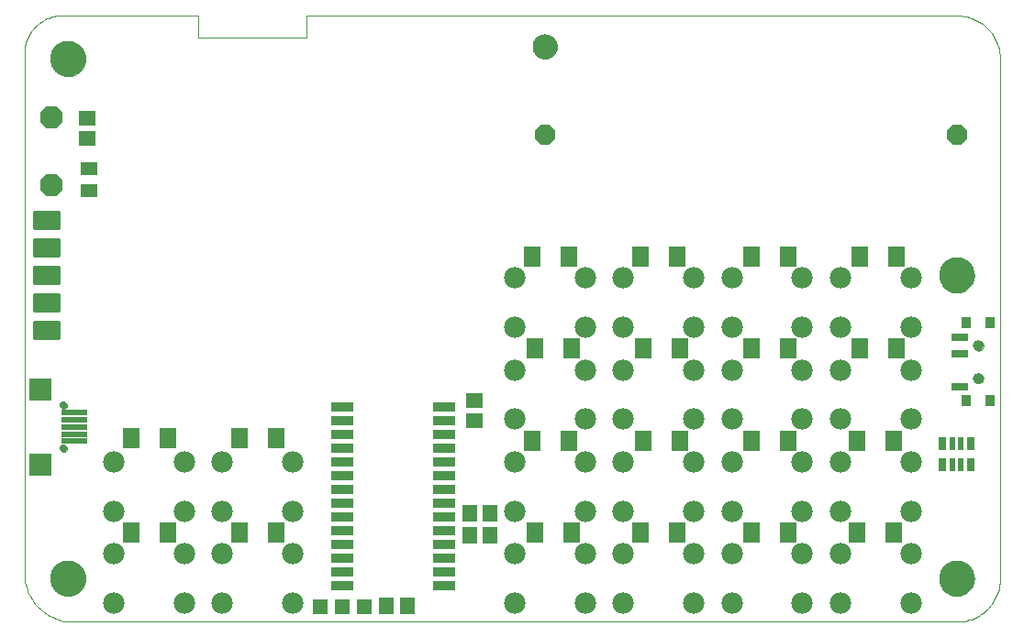
<source format=gts>
G75*
G70*
%OFA0B0*%
%FSLAX24Y24*%
%IPPOS*%
%LPD*%
%AMOC8*
5,1,8,0,0,1.08239X$1,22.5*
%
%ADD10C,0.0000*%
%ADD11C,0.1300*%
%ADD12C,0.0780*%
%ADD13OC8,0.0749*%
%ADD14C,0.0906*%
%ADD15R,0.0631X0.0316*%
%ADD16R,0.0355X0.0434*%
%ADD17C,0.0394*%
%ADD18R,0.0965X0.0197*%
%ADD19R,0.0788X0.0788*%
%ADD20C,0.0276*%
%ADD21R,0.0591X0.0473*%
%ADD22R,0.0827X0.0340*%
%ADD23R,0.0552X0.0631*%
%ADD24R,0.0631X0.0552*%
%ADD25C,0.0177*%
%ADD26R,0.0591X0.0749*%
%ADD27R,0.0213X0.0493*%
%ADD28R,0.0288X0.0493*%
%ADD29OC8,0.0808*%
%ADD30R,0.0571X0.0571*%
D10*
X002159Y000141D02*
X034443Y000141D01*
X034520Y000143D01*
X034597Y000149D01*
X034674Y000158D01*
X034750Y000171D01*
X034826Y000188D01*
X034900Y000209D01*
X034974Y000233D01*
X035046Y000261D01*
X035116Y000292D01*
X035185Y000327D01*
X035253Y000365D01*
X035318Y000406D01*
X035381Y000451D01*
X035442Y000499D01*
X035501Y000549D01*
X035557Y000602D01*
X035610Y000658D01*
X035660Y000717D01*
X035708Y000778D01*
X035753Y000841D01*
X035794Y000906D01*
X035832Y000974D01*
X035867Y001043D01*
X035898Y001113D01*
X035926Y001185D01*
X035950Y001259D01*
X035971Y001333D01*
X035988Y001409D01*
X036001Y001485D01*
X036010Y001562D01*
X036016Y001639D01*
X036018Y001716D01*
X036018Y020614D01*
X036016Y020691D01*
X036010Y020768D01*
X036001Y020845D01*
X035988Y020921D01*
X035971Y020997D01*
X035950Y021071D01*
X035926Y021145D01*
X035898Y021217D01*
X035867Y021287D01*
X035832Y021356D01*
X035794Y021424D01*
X035753Y021489D01*
X035708Y021552D01*
X035660Y021613D01*
X035610Y021672D01*
X035557Y021728D01*
X035501Y021781D01*
X035442Y021831D01*
X035381Y021879D01*
X035318Y021924D01*
X035253Y021965D01*
X035185Y022003D01*
X035116Y022038D01*
X035046Y022069D01*
X034974Y022097D01*
X034900Y022121D01*
X034826Y022142D01*
X034750Y022159D01*
X034674Y022172D01*
X034597Y022181D01*
X034520Y022187D01*
X034443Y022189D01*
X034443Y022188D02*
X010821Y022188D01*
X010821Y021401D01*
X006884Y021401D01*
X006884Y022188D01*
X002159Y022188D01*
X000585Y021007D02*
X000585Y002110D01*
X001529Y001716D02*
X001531Y001766D01*
X001537Y001816D01*
X001547Y001865D01*
X001561Y001913D01*
X001578Y001960D01*
X001599Y002005D01*
X001624Y002049D01*
X001652Y002090D01*
X001684Y002129D01*
X001718Y002166D01*
X001755Y002200D01*
X001795Y002230D01*
X001837Y002257D01*
X001881Y002281D01*
X001927Y002302D01*
X001974Y002318D01*
X002022Y002331D01*
X002072Y002340D01*
X002121Y002345D01*
X002172Y002346D01*
X002222Y002343D01*
X002271Y002336D01*
X002320Y002325D01*
X002368Y002310D01*
X002414Y002292D01*
X002459Y002270D01*
X002502Y002244D01*
X002543Y002215D01*
X002582Y002183D01*
X002618Y002148D01*
X002650Y002110D01*
X002680Y002070D01*
X002707Y002027D01*
X002730Y001983D01*
X002749Y001937D01*
X002765Y001889D01*
X002777Y001840D01*
X002785Y001791D01*
X002789Y001741D01*
X002789Y001691D01*
X002785Y001641D01*
X002777Y001592D01*
X002765Y001543D01*
X002749Y001495D01*
X002730Y001449D01*
X002707Y001405D01*
X002680Y001362D01*
X002650Y001322D01*
X002618Y001284D01*
X002582Y001249D01*
X002543Y001217D01*
X002502Y001188D01*
X002459Y001162D01*
X002414Y001140D01*
X002368Y001122D01*
X002320Y001107D01*
X002271Y001096D01*
X002222Y001089D01*
X002172Y001086D01*
X002121Y001087D01*
X002072Y001092D01*
X002022Y001101D01*
X001974Y001114D01*
X001927Y001130D01*
X001881Y001151D01*
X001837Y001175D01*
X001795Y001202D01*
X001755Y001232D01*
X001718Y001266D01*
X001684Y001303D01*
X001652Y001342D01*
X001624Y001383D01*
X001599Y001427D01*
X001578Y001472D01*
X001561Y001519D01*
X001547Y001567D01*
X001537Y001616D01*
X001531Y001666D01*
X001529Y001716D01*
X000584Y002110D02*
X000576Y002023D01*
X000573Y001935D01*
X000574Y001848D01*
X000580Y001760D01*
X000589Y001673D01*
X000603Y001587D01*
X000621Y001501D01*
X000643Y001417D01*
X000670Y001333D01*
X000700Y001251D01*
X000735Y001171D01*
X000773Y001092D01*
X000815Y001016D01*
X000861Y000941D01*
X000911Y000869D01*
X000964Y000799D01*
X001020Y000732D01*
X001080Y000668D01*
X001142Y000607D01*
X001208Y000549D01*
X001276Y000494D01*
X001347Y000443D01*
X001420Y000395D01*
X001496Y000351D01*
X001574Y000311D01*
X001653Y000274D01*
X001734Y000242D01*
X001817Y000213D01*
X001901Y000189D01*
X001986Y000169D01*
X002072Y000153D01*
X002159Y000141D01*
X001884Y006440D02*
X001886Y006461D01*
X001892Y006481D01*
X001901Y006501D01*
X001913Y006518D01*
X001928Y006532D01*
X001946Y006544D01*
X001966Y006552D01*
X001986Y006557D01*
X002007Y006558D01*
X002028Y006555D01*
X002048Y006549D01*
X002067Y006538D01*
X002084Y006525D01*
X002097Y006509D01*
X002108Y006491D01*
X002116Y006471D01*
X002120Y006451D01*
X002120Y006429D01*
X002116Y006409D01*
X002108Y006389D01*
X002097Y006371D01*
X002084Y006355D01*
X002067Y006342D01*
X002048Y006331D01*
X002028Y006325D01*
X002007Y006322D01*
X001986Y006323D01*
X001966Y006328D01*
X001946Y006336D01*
X001928Y006348D01*
X001913Y006362D01*
X001901Y006379D01*
X001892Y006399D01*
X001886Y006419D01*
X001884Y006440D01*
X001884Y008015D02*
X001886Y008036D01*
X001892Y008056D01*
X001901Y008076D01*
X001913Y008093D01*
X001928Y008107D01*
X001946Y008119D01*
X001966Y008127D01*
X001986Y008132D01*
X002007Y008133D01*
X002028Y008130D01*
X002048Y008124D01*
X002067Y008113D01*
X002084Y008100D01*
X002097Y008084D01*
X002108Y008066D01*
X002116Y008046D01*
X002120Y008026D01*
X002120Y008004D01*
X002116Y007984D01*
X002108Y007964D01*
X002097Y007946D01*
X002084Y007930D01*
X002067Y007917D01*
X002048Y007906D01*
X002028Y007900D01*
X002007Y007897D01*
X001986Y007898D01*
X001966Y007903D01*
X001946Y007911D01*
X001928Y007923D01*
X001913Y007937D01*
X001901Y007954D01*
X001892Y007974D01*
X001886Y007994D01*
X001884Y008015D01*
X001529Y020614D02*
X001531Y020664D01*
X001537Y020714D01*
X001547Y020763D01*
X001561Y020811D01*
X001578Y020858D01*
X001599Y020903D01*
X001624Y020947D01*
X001652Y020988D01*
X001684Y021027D01*
X001718Y021064D01*
X001755Y021098D01*
X001795Y021128D01*
X001837Y021155D01*
X001881Y021179D01*
X001927Y021200D01*
X001974Y021216D01*
X002022Y021229D01*
X002072Y021238D01*
X002121Y021243D01*
X002172Y021244D01*
X002222Y021241D01*
X002271Y021234D01*
X002320Y021223D01*
X002368Y021208D01*
X002414Y021190D01*
X002459Y021168D01*
X002502Y021142D01*
X002543Y021113D01*
X002582Y021081D01*
X002618Y021046D01*
X002650Y021008D01*
X002680Y020968D01*
X002707Y020925D01*
X002730Y020881D01*
X002749Y020835D01*
X002765Y020787D01*
X002777Y020738D01*
X002785Y020689D01*
X002789Y020639D01*
X002789Y020589D01*
X002785Y020539D01*
X002777Y020490D01*
X002765Y020441D01*
X002749Y020393D01*
X002730Y020347D01*
X002707Y020303D01*
X002680Y020260D01*
X002650Y020220D01*
X002618Y020182D01*
X002582Y020147D01*
X002543Y020115D01*
X002502Y020086D01*
X002459Y020060D01*
X002414Y020038D01*
X002368Y020020D01*
X002320Y020005D01*
X002271Y019994D01*
X002222Y019987D01*
X002172Y019984D01*
X002121Y019985D01*
X002072Y019990D01*
X002022Y019999D01*
X001974Y020012D01*
X001927Y020028D01*
X001881Y020049D01*
X001837Y020073D01*
X001795Y020100D01*
X001755Y020130D01*
X001718Y020164D01*
X001684Y020201D01*
X001652Y020240D01*
X001624Y020281D01*
X001599Y020325D01*
X001578Y020370D01*
X001561Y020417D01*
X001547Y020465D01*
X001537Y020514D01*
X001531Y020564D01*
X001529Y020614D01*
X000585Y021007D02*
X000597Y021079D01*
X000613Y021150D01*
X000633Y021220D01*
X000656Y021289D01*
X000683Y021357D01*
X000713Y021423D01*
X000747Y021488D01*
X000784Y021550D01*
X000825Y021611D01*
X000868Y021669D01*
X000915Y021726D01*
X000964Y021779D01*
X001016Y021830D01*
X001071Y021878D01*
X001128Y021924D01*
X001187Y021966D01*
X001249Y022005D01*
X001312Y022041D01*
X001378Y022073D01*
X001444Y022102D01*
X001513Y022127D01*
X001582Y022149D01*
X001653Y022167D01*
X001724Y022181D01*
X001796Y022192D01*
X001869Y022199D01*
X001942Y022202D01*
X002015Y022201D01*
X002087Y022196D01*
X002160Y022188D01*
X019049Y021058D02*
X019051Y021099D01*
X019057Y021140D01*
X019067Y021180D01*
X019080Y021219D01*
X019097Y021256D01*
X019118Y021292D01*
X019142Y021326D01*
X019169Y021357D01*
X019198Y021385D01*
X019231Y021411D01*
X019265Y021433D01*
X019302Y021452D01*
X019340Y021467D01*
X019380Y021479D01*
X019420Y021487D01*
X019461Y021491D01*
X019503Y021491D01*
X019544Y021487D01*
X019584Y021479D01*
X019624Y021467D01*
X019662Y021452D01*
X019698Y021433D01*
X019733Y021411D01*
X019766Y021385D01*
X019795Y021357D01*
X019822Y021326D01*
X019846Y021292D01*
X019867Y021256D01*
X019884Y021219D01*
X019897Y021180D01*
X019907Y021140D01*
X019913Y021099D01*
X019915Y021058D01*
X019913Y021017D01*
X019907Y020976D01*
X019897Y020936D01*
X019884Y020897D01*
X019867Y020860D01*
X019846Y020824D01*
X019822Y020790D01*
X019795Y020759D01*
X019766Y020731D01*
X019733Y020705D01*
X019699Y020683D01*
X019662Y020664D01*
X019624Y020649D01*
X019584Y020637D01*
X019544Y020629D01*
X019503Y020625D01*
X019461Y020625D01*
X019420Y020629D01*
X019380Y020637D01*
X019340Y020649D01*
X019302Y020664D01*
X019266Y020683D01*
X019231Y020705D01*
X019198Y020731D01*
X019169Y020759D01*
X019142Y020790D01*
X019118Y020824D01*
X019097Y020860D01*
X019080Y020897D01*
X019067Y020936D01*
X019057Y020976D01*
X019051Y021017D01*
X019049Y021058D01*
X033813Y012740D02*
X033815Y012790D01*
X033821Y012840D01*
X033831Y012889D01*
X033845Y012937D01*
X033862Y012984D01*
X033883Y013029D01*
X033908Y013073D01*
X033936Y013114D01*
X033968Y013153D01*
X034002Y013190D01*
X034039Y013224D01*
X034079Y013254D01*
X034121Y013281D01*
X034165Y013305D01*
X034211Y013326D01*
X034258Y013342D01*
X034306Y013355D01*
X034356Y013364D01*
X034405Y013369D01*
X034456Y013370D01*
X034506Y013367D01*
X034555Y013360D01*
X034604Y013349D01*
X034652Y013334D01*
X034698Y013316D01*
X034743Y013294D01*
X034786Y013268D01*
X034827Y013239D01*
X034866Y013207D01*
X034902Y013172D01*
X034934Y013134D01*
X034964Y013094D01*
X034991Y013051D01*
X035014Y013007D01*
X035033Y012961D01*
X035049Y012913D01*
X035061Y012864D01*
X035069Y012815D01*
X035073Y012765D01*
X035073Y012715D01*
X035069Y012665D01*
X035061Y012616D01*
X035049Y012567D01*
X035033Y012519D01*
X035014Y012473D01*
X034991Y012429D01*
X034964Y012386D01*
X034934Y012346D01*
X034902Y012308D01*
X034866Y012273D01*
X034827Y012241D01*
X034786Y012212D01*
X034743Y012186D01*
X034698Y012164D01*
X034652Y012146D01*
X034604Y012131D01*
X034555Y012120D01*
X034506Y012113D01*
X034456Y012110D01*
X034405Y012111D01*
X034356Y012116D01*
X034306Y012125D01*
X034258Y012138D01*
X034211Y012154D01*
X034165Y012175D01*
X034121Y012199D01*
X034079Y012226D01*
X034039Y012256D01*
X034002Y012290D01*
X033968Y012327D01*
X033936Y012366D01*
X033908Y012407D01*
X033883Y012451D01*
X033862Y012496D01*
X033845Y012543D01*
X033831Y012591D01*
X033821Y012640D01*
X033815Y012690D01*
X033813Y012740D01*
X035053Y010180D02*
X035055Y010206D01*
X035061Y010232D01*
X035071Y010257D01*
X035084Y010280D01*
X035100Y010300D01*
X035120Y010318D01*
X035142Y010333D01*
X035165Y010345D01*
X035191Y010353D01*
X035217Y010357D01*
X035243Y010357D01*
X035269Y010353D01*
X035295Y010345D01*
X035319Y010333D01*
X035340Y010318D01*
X035360Y010300D01*
X035376Y010280D01*
X035389Y010257D01*
X035399Y010232D01*
X035405Y010206D01*
X035407Y010180D01*
X035405Y010154D01*
X035399Y010128D01*
X035389Y010103D01*
X035376Y010080D01*
X035360Y010060D01*
X035340Y010042D01*
X035318Y010027D01*
X035295Y010015D01*
X035269Y010007D01*
X035243Y010003D01*
X035217Y010003D01*
X035191Y010007D01*
X035165Y010015D01*
X035141Y010027D01*
X035120Y010042D01*
X035100Y010060D01*
X035084Y010080D01*
X035071Y010103D01*
X035061Y010128D01*
X035055Y010154D01*
X035053Y010180D01*
X035053Y008999D02*
X035055Y009025D01*
X035061Y009051D01*
X035071Y009076D01*
X035084Y009099D01*
X035100Y009119D01*
X035120Y009137D01*
X035142Y009152D01*
X035165Y009164D01*
X035191Y009172D01*
X035217Y009176D01*
X035243Y009176D01*
X035269Y009172D01*
X035295Y009164D01*
X035319Y009152D01*
X035340Y009137D01*
X035360Y009119D01*
X035376Y009099D01*
X035389Y009076D01*
X035399Y009051D01*
X035405Y009025D01*
X035407Y008999D01*
X035405Y008973D01*
X035399Y008947D01*
X035389Y008922D01*
X035376Y008899D01*
X035360Y008879D01*
X035340Y008861D01*
X035318Y008846D01*
X035295Y008834D01*
X035269Y008826D01*
X035243Y008822D01*
X035217Y008822D01*
X035191Y008826D01*
X035165Y008834D01*
X035141Y008846D01*
X035120Y008861D01*
X035100Y008879D01*
X035084Y008899D01*
X035071Y008922D01*
X035061Y008947D01*
X035055Y008973D01*
X035053Y008999D01*
X033813Y001716D02*
X033815Y001766D01*
X033821Y001816D01*
X033831Y001865D01*
X033845Y001913D01*
X033862Y001960D01*
X033883Y002005D01*
X033908Y002049D01*
X033936Y002090D01*
X033968Y002129D01*
X034002Y002166D01*
X034039Y002200D01*
X034079Y002230D01*
X034121Y002257D01*
X034165Y002281D01*
X034211Y002302D01*
X034258Y002318D01*
X034306Y002331D01*
X034356Y002340D01*
X034405Y002345D01*
X034456Y002346D01*
X034506Y002343D01*
X034555Y002336D01*
X034604Y002325D01*
X034652Y002310D01*
X034698Y002292D01*
X034743Y002270D01*
X034786Y002244D01*
X034827Y002215D01*
X034866Y002183D01*
X034902Y002148D01*
X034934Y002110D01*
X034964Y002070D01*
X034991Y002027D01*
X035014Y001983D01*
X035033Y001937D01*
X035049Y001889D01*
X035061Y001840D01*
X035069Y001791D01*
X035073Y001741D01*
X035073Y001691D01*
X035069Y001641D01*
X035061Y001592D01*
X035049Y001543D01*
X035033Y001495D01*
X035014Y001449D01*
X034991Y001405D01*
X034964Y001362D01*
X034934Y001322D01*
X034902Y001284D01*
X034866Y001249D01*
X034827Y001217D01*
X034786Y001188D01*
X034743Y001162D01*
X034698Y001140D01*
X034652Y001122D01*
X034604Y001107D01*
X034555Y001096D01*
X034506Y001089D01*
X034456Y001086D01*
X034405Y001087D01*
X034356Y001092D01*
X034306Y001101D01*
X034258Y001114D01*
X034211Y001130D01*
X034165Y001151D01*
X034121Y001175D01*
X034079Y001202D01*
X034039Y001232D01*
X034002Y001266D01*
X033968Y001303D01*
X033936Y001342D01*
X033908Y001383D01*
X033883Y001427D01*
X033862Y001472D01*
X033845Y001519D01*
X033831Y001567D01*
X033821Y001616D01*
X033815Y001666D01*
X033813Y001716D01*
D11*
X034443Y001716D03*
X034443Y012740D03*
X002159Y020614D03*
X002159Y001716D03*
D12*
X003832Y002606D03*
X003832Y004172D03*
X006392Y004172D03*
X007769Y004172D03*
X007769Y002606D03*
X006392Y002606D03*
X006392Y000826D03*
X007769Y000826D03*
X010329Y000826D03*
X010329Y002606D03*
X010329Y004172D03*
X010329Y005952D03*
X007769Y005952D03*
X006392Y005952D03*
X003832Y005952D03*
X003832Y000826D03*
X018399Y000826D03*
X020959Y000826D03*
X022336Y000826D03*
X024896Y000826D03*
X026273Y000826D03*
X028833Y000826D03*
X030210Y000826D03*
X032770Y000826D03*
X032770Y002606D03*
X032770Y004172D03*
X030210Y004172D03*
X028833Y004172D03*
X028833Y002606D03*
X030210Y002606D03*
X026273Y002606D03*
X024896Y002606D03*
X024896Y004172D03*
X026273Y004172D03*
X026273Y005952D03*
X024896Y005952D03*
X024896Y007519D03*
X026273Y007519D03*
X028833Y007519D03*
X030210Y007519D03*
X030210Y005952D03*
X028833Y005952D03*
X032770Y005952D03*
X032770Y007519D03*
X032770Y009299D03*
X032770Y010865D03*
X030210Y010865D03*
X028833Y010865D03*
X028833Y009299D03*
X030210Y009299D03*
X026273Y009299D03*
X024896Y009299D03*
X024896Y010865D03*
X026273Y010865D03*
X026273Y012645D03*
X024896Y012645D03*
X022336Y012645D03*
X020959Y012645D03*
X018399Y012645D03*
X018399Y010865D03*
X018399Y009299D03*
X020959Y009299D03*
X022336Y009299D03*
X022336Y010865D03*
X020959Y010865D03*
X020959Y007519D03*
X022336Y007519D03*
X022336Y005952D03*
X020959Y005952D03*
X018399Y005952D03*
X018399Y007519D03*
X018399Y004172D03*
X018399Y002606D03*
X020959Y002606D03*
X022336Y002606D03*
X022336Y004172D03*
X020959Y004172D03*
X028833Y012645D03*
X030210Y012645D03*
X032770Y012645D03*
D13*
X034443Y017858D03*
X019482Y017858D03*
D14*
X019482Y021058D03*
D15*
X034541Y010476D03*
X034541Y009885D03*
X034541Y008704D03*
D16*
X034797Y008173D03*
X035663Y008173D03*
X035663Y011007D03*
X034797Y011007D03*
D17*
X035230Y010180D03*
X035230Y008999D03*
D18*
X002396Y007740D03*
X002396Y007484D03*
X002396Y007228D03*
X002396Y006972D03*
X002396Y006716D03*
D19*
X001155Y005869D03*
X001155Y008586D03*
D20*
X002002Y008015D03*
X002002Y006440D03*
D21*
X002905Y015821D03*
X002905Y016609D03*
D22*
X012120Y007972D03*
X012120Y007472D03*
X012120Y006972D03*
X012120Y006472D03*
X012120Y005972D03*
X012120Y005472D03*
X012120Y004972D03*
X012120Y004472D03*
X012120Y003972D03*
X012120Y003472D03*
X012120Y002972D03*
X012120Y002472D03*
X012120Y001972D03*
X012120Y001472D03*
X015821Y001472D03*
X015821Y001972D03*
X015821Y002472D03*
X015821Y002972D03*
X015821Y003472D03*
X015821Y003972D03*
X015821Y004472D03*
X015821Y004972D03*
X015821Y005472D03*
X015821Y005972D03*
X015821Y006472D03*
X015821Y006972D03*
X015821Y007472D03*
X015821Y007972D03*
D23*
X016746Y004078D03*
X017494Y004078D03*
X017494Y003291D03*
X016746Y003291D03*
X014474Y000732D03*
X013726Y000732D03*
D24*
X016923Y007444D03*
X016923Y008192D03*
X002861Y017706D03*
X002861Y018454D03*
D25*
X000948Y015006D02*
X000948Y014474D01*
X000948Y015006D02*
X001796Y015006D01*
X001796Y014474D01*
X000948Y014474D01*
X000948Y014650D02*
X001796Y014650D01*
X001796Y014826D02*
X000948Y014826D01*
X000948Y015002D02*
X001796Y015002D01*
X000948Y014006D02*
X000948Y013474D01*
X000948Y014006D02*
X001796Y014006D01*
X001796Y013474D01*
X000948Y013474D01*
X000948Y013650D02*
X001796Y013650D01*
X001796Y013826D02*
X000948Y013826D01*
X000948Y014002D02*
X001796Y014002D01*
X000948Y013006D02*
X000948Y012474D01*
X000948Y013006D02*
X001796Y013006D01*
X001796Y012474D01*
X000948Y012474D01*
X000948Y012650D02*
X001796Y012650D01*
X001796Y012826D02*
X000948Y012826D01*
X000948Y013002D02*
X001796Y013002D01*
X000948Y012006D02*
X000948Y011474D01*
X000948Y012006D02*
X001796Y012006D01*
X001796Y011474D01*
X000948Y011474D01*
X000948Y011650D02*
X001796Y011650D01*
X001796Y011826D02*
X000948Y011826D01*
X000948Y012002D02*
X001796Y012002D01*
X000948Y011006D02*
X000948Y010474D01*
X000948Y011006D02*
X001796Y011006D01*
X001796Y010474D01*
X000948Y010474D01*
X000948Y010650D02*
X001796Y010650D01*
X001796Y010826D02*
X000948Y010826D01*
X000948Y011002D02*
X001796Y011002D01*
D26*
X004443Y006834D03*
X005781Y006834D03*
X008380Y006834D03*
X009718Y006834D03*
X009718Y003389D03*
X008380Y003389D03*
X005781Y003389D03*
X004443Y003389D03*
X019108Y003389D03*
X020447Y003389D03*
X022947Y003389D03*
X024285Y003389D03*
X026982Y003389D03*
X028321Y003389D03*
X030821Y003389D03*
X032159Y003389D03*
X032159Y006736D03*
X030821Y006736D03*
X028321Y006736D03*
X026982Y006736D03*
X024384Y006736D03*
X023045Y006736D03*
X020348Y006736D03*
X019010Y006736D03*
X019108Y010082D03*
X020447Y010082D03*
X023045Y010082D03*
X024384Y010082D03*
X026982Y010082D03*
X028321Y010082D03*
X030919Y010082D03*
X032258Y010082D03*
X032258Y013429D03*
X030919Y013429D03*
X028321Y013429D03*
X026982Y013429D03*
X024285Y013429D03*
X022947Y013429D03*
X020348Y013429D03*
X019010Y013429D03*
D27*
X034285Y006627D03*
X034600Y006627D03*
X034600Y005860D03*
X034285Y005860D03*
D28*
X033933Y005860D03*
X034953Y005860D03*
X034953Y006627D03*
X033933Y006627D03*
D29*
X001545Y016015D03*
X001545Y018495D03*
D30*
X011305Y000701D03*
X012105Y000701D03*
X012905Y000701D03*
M02*

</source>
